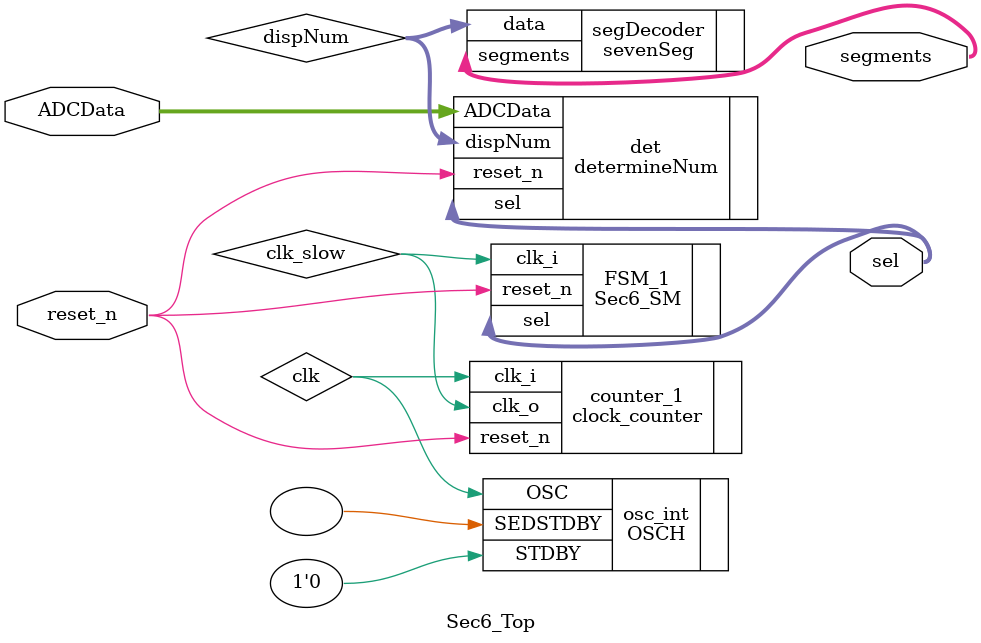
<source format=v>
module Sec6_Top(
	input [7:0] ADCData,
	input reset_n,
	output [2:0] sel,
	output [6:0] segments
	);
	
	
	wire clk;
	wire clk_slow;
	wire [3:0] dispNum;
	
	//This is an instance of a special, built in module that accesses our chip's oscillator
	OSCH #("2.08") osc_int (					//"2.03" specifies the operating frequency, 2.03 MHz. Other clock frequencies can be found in the MachX02's documentation
		.STDBY(1'b0),							//Specifies active state
		.OSC(clk),								//Outputs clock signal to 'clk' net
		.SEDSTDBY());							//Leaves SEDSTDBY pin unconnected
			
	clock_counter counter_1(
		.clk_i(clk),
		.reset_n(reset_n),
		.clk_o(clk_slow)
		);
	
	Sec6_SM FSM_1(
		.clk_i(clk_slow),
		.reset_n(reset_n),
		.sel(sel)
		);
	
	determineNum det(
		.sel(sel),
		.ADCData(ADCData), 
		.reset_n(reset_n),
		.dispNum(dispNum)
		);
	
	sevenSeg segDecoder(
		.data(dispNum),
		.segments(segments)
		);
		
endmodule
</source>
